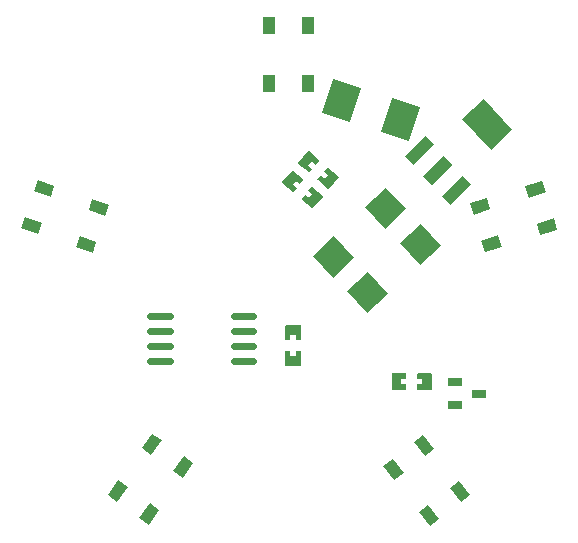
<source format=gtp>
G04 Layer: TopPasteMaskLayer*
G04 EasyEDA v6.4.25, 2021-11-16T21:36:29+01:00*
G04 969fc306525a459593755dfbefa048c4,10*
G04 Gerber Generator version 0.2*
G04 Scale: 100 percent, Rotated: No, Reflected: No *
G04 Dimensions in millimeters *
G04 leading zeros omitted , absolute positions ,4 integer and 5 decimal *
%FSLAX45Y45*%
%MOMM*%

%ADD13C,0.6300*%
%ADD17R,1.2500X0.7000*%

%LPD*%
G36*
X35458Y1009751D02*
G01*
X28397Y1009142D01*
X-53848Y911098D01*
X-53238Y904036D01*
X34848Y830122D01*
X41910Y830732D01*
X68529Y863244D01*
X34798Y891489D01*
X63703Y925982D01*
X98196Y897026D01*
X124155Y928776D01*
X123545Y935837D01*
G37*
G36*
X200152Y871524D02*
G01*
X193090Y870915D01*
X167132Y839216D01*
X200863Y810920D01*
X171907Y776427D01*
X137820Y805027D01*
X110845Y772871D01*
X111455Y765810D01*
X199542Y691896D01*
X206603Y692505D01*
X288848Y790600D01*
X288239Y797610D01*
G37*
G36*
X333451Y1036777D02*
G01*
X326390Y1036167D01*
X299770Y1003655D01*
X333502Y975410D01*
X304596Y940917D01*
X270103Y969873D01*
X244144Y938123D01*
X244754Y931062D01*
X332841Y857148D01*
X339902Y857758D01*
X422148Y955802D01*
X421538Y962863D01*
G37*
G36*
X168757Y1175004D02*
G01*
X161696Y1174394D01*
X79451Y1076299D01*
X80060Y1069289D01*
X168148Y995375D01*
X175209Y995984D01*
X201168Y1027684D01*
X167436Y1055979D01*
X196392Y1090472D01*
X230479Y1061872D01*
X257454Y1094028D01*
X256844Y1101090D01*
G37*
G36*
X1091387Y-705713D02*
G01*
X1086408Y-710692D01*
X1086916Y-752703D01*
X1130909Y-752703D01*
X1130909Y-797712D01*
X1085900Y-797712D01*
X1086408Y-838708D01*
X1091387Y-843686D01*
X1206398Y-843686D01*
X1211427Y-838708D01*
X1211427Y-710692D01*
X1206398Y-705713D01*
G37*
G36*
X876401Y-705713D02*
G01*
X871423Y-710692D01*
X871423Y-838708D01*
X876401Y-843686D01*
X991412Y-843686D01*
X996391Y-838708D01*
X995883Y-797712D01*
X951890Y-797712D01*
X951890Y-752703D01*
X996391Y-752703D01*
X996391Y-710692D01*
X991412Y-705713D01*
G37*
G36*
X15087Y-514400D02*
G01*
X-25908Y-514908D01*
X-30886Y-519887D01*
X-30886Y-634898D01*
X-25908Y-639927D01*
X102108Y-639927D01*
X107086Y-634898D01*
X107086Y-519887D01*
X102108Y-514908D01*
X60096Y-515416D01*
X60096Y-559409D01*
X15087Y-559409D01*
G37*
G36*
X-25908Y-299923D02*
G01*
X-30886Y-304901D01*
X-30886Y-419912D01*
X-25908Y-424891D01*
X15087Y-424383D01*
X15087Y-380390D01*
X60096Y-380390D01*
X60096Y-424891D01*
X102108Y-424891D01*
X107086Y-419912D01*
X107086Y-304901D01*
X102108Y-299923D01*
G37*
D13*
X-1008608Y-215900D02*
G01*
X-1170609Y-215900D01*
X-1008608Y-342900D02*
G01*
X-1170609Y-342900D01*
X-1008608Y-469900D02*
G01*
X-1170609Y-469900D01*
X-1008608Y-596900D02*
G01*
X-1170609Y-596900D01*
X-302590Y-215900D02*
G01*
X-464591Y-215900D01*
X-302590Y-342900D02*
G01*
X-464591Y-342900D01*
X-302590Y-469900D02*
G01*
X-464591Y-469900D01*
X-302590Y-596900D02*
G01*
X-464591Y-596900D01*
G36*
X1019794Y1261818D02*
G01*
X782091Y1339052D01*
X874826Y1624467D01*
X1112530Y1547230D01*
G37*
G36*
X522165Y1423509D02*
G01*
X284462Y1500743D01*
X377197Y1786155D01*
X614900Y1708922D01*
G37*
D17*
G01*
X1411300Y-781304D03*
G01*
X1411300Y-971295D03*
G01*
X1611299Y-876300D03*
G36*
X214906Y1823951D02*
G01*
X214906Y1673837D01*
X115084Y1673837D01*
X115084Y1823951D01*
G37*
G36*
X-115095Y1823951D02*
G01*
X-115095Y1673837D01*
X-214917Y1673837D01*
X-214917Y1823951D01*
G37*
G36*
X-115095Y2313825D02*
G01*
X-115095Y2163965D01*
X-214917Y2163965D01*
X-214917Y2313825D01*
G37*
G36*
X214906Y2313825D02*
G01*
X214906Y2163965D01*
X115084Y2163965D01*
X115084Y2313825D01*
G37*
G36*
X1805310Y367096D02*
G01*
X1661754Y323207D01*
X1632569Y418665D01*
X1776125Y462554D01*
G37*
G36*
X1708825Y682678D02*
G01*
X1565272Y638789D01*
X1536087Y734247D01*
X1679641Y778139D01*
G37*
G36*
X2177295Y825903D02*
G01*
X2033983Y782088D01*
X2004799Y877549D01*
X2148111Y921362D01*
G37*
G36*
X2273780Y510321D02*
G01*
X2130468Y466506D01*
X2101281Y561967D01*
X2244592Y605779D01*
G37*
G36*
X894420Y-1611287D02*
G01*
X801999Y-1492999D01*
X880661Y-1431541D01*
X973081Y-1549831D01*
G37*
G36*
X1154465Y-1408120D02*
G01*
X1062047Y-1289827D01*
X1140706Y-1228371D01*
X1233126Y-1346662D01*
G37*
G36*
X1456060Y-1794144D02*
G01*
X1363799Y-1676054D01*
X1442458Y-1614596D01*
X1534723Y-1732688D01*
G37*
G36*
X1196017Y-1997313D02*
G01*
X1103754Y-1879224D01*
X1182413Y-1817766D01*
X1274676Y-1935855D01*
G37*
G36*
X-1242369Y-1336390D02*
G01*
X-1154135Y-1214945D01*
X-1073376Y-1273619D01*
X-1161610Y-1395064D01*
G37*
G36*
X-975393Y-1530357D02*
G01*
X-887158Y-1408915D01*
X-806401Y-1467589D01*
X-894636Y-1589034D01*
G37*
G36*
X-1263335Y-1926676D02*
G01*
X-1175247Y-1805437D01*
X-1094491Y-1864111D01*
X-1182575Y-1985350D01*
G37*
G36*
X-1530309Y-1732706D02*
G01*
X-1442224Y-1611467D01*
X-1361467Y-1670141D01*
X-1449552Y-1791378D01*
G37*
G36*
X-1661642Y770168D02*
G01*
X-1519707Y721296D01*
X-1552206Y626912D01*
X-1694141Y675784D01*
G37*
G36*
X-1769082Y458144D02*
G01*
X-1627146Y409272D01*
X-1659643Y314888D01*
X-1801581Y363761D01*
G37*
G36*
X-2232266Y617634D02*
G01*
X-2090572Y568843D01*
X-2123069Y474459D01*
X-2264765Y523250D01*
G37*
G36*
X-2124829Y929655D02*
G01*
X-1983132Y880866D01*
X-2015632Y786483D01*
X-2157328Y835271D01*
G37*
G36*
X981410Y1134168D02*
G01*
X1053020Y1057379D01*
X1233299Y1225491D01*
X1161691Y1302280D01*
G37*
G36*
X1138270Y965956D02*
G01*
X1209880Y889167D01*
X1390159Y1057280D01*
X1318552Y1134069D01*
G37*
G36*
X1295128Y797745D02*
G01*
X1366738Y720956D01*
X1547017Y889071D01*
X1475412Y965860D01*
G37*
G36*
X1712757Y1187874D02*
G01*
X1471330Y1446773D01*
X1651609Y1614886D01*
X1893039Y1355989D01*
G37*
G36*
X553504Y271226D02*
G01*
X376100Y105793D01*
X205607Y288622D01*
X383011Y454055D01*
G37*
G36*
X995621Y683506D02*
G01*
X818215Y518076D01*
X647727Y700905D01*
X825131Y866335D01*
G37*
G36*
X841921Y-32783D02*
G01*
X661657Y-195094D01*
X494383Y-9319D01*
X674646Y152991D01*
G37*
G36*
X1291168Y371716D02*
G01*
X1110902Y209407D01*
X943627Y395183D01*
X1123891Y557491D01*
G37*
M02*

</source>
